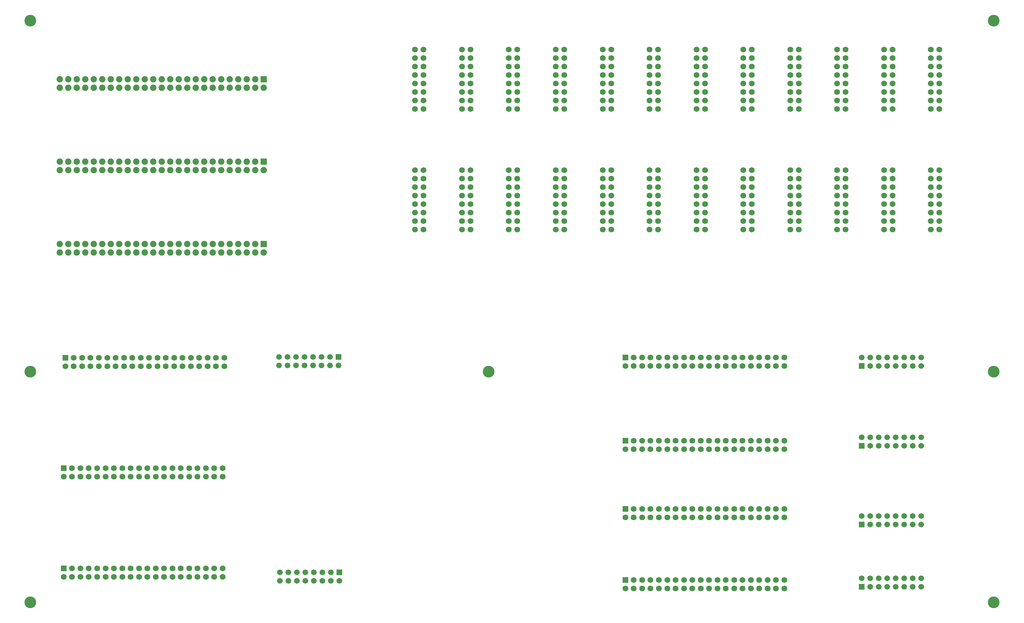
<source format=gbs>
G04*
G04 #@! TF.GenerationSoftware,Altium Limited,Altium Designer,23.7.1 (13)*
G04*
G04 Layer_Color=16711935*
%FSLAX44Y44*%
%MOMM*%
G71*
G04*
G04 #@! TF.SameCoordinates,B1C70322-BD44-42DD-AC63-955F88C0B9D7*
G04*
G04*
G04 #@! TF.FilePolarity,Negative*
G04*
G01*
G75*
%ADD15C,1.7272*%
%ADD16R,1.7032X1.7032*%
%ADD17C,1.7032*%
%ADD18R,1.7272X1.7272*%
%ADD19C,1.9032*%
%ADD20R,1.9032X1.9032*%
%ADD21C,3.5032*%
D15*
X1210310Y1713230D02*
D03*
X1235710D02*
D03*
X1210310Y1687830D02*
D03*
X1235710D02*
D03*
X1210310Y1662430D02*
D03*
X1235710D02*
D03*
X1210310Y1637030D02*
D03*
X1235710D02*
D03*
X1210310Y1611630D02*
D03*
X1235710D02*
D03*
X1210310Y1586230D02*
D03*
X1235710D02*
D03*
X1210310Y1560830D02*
D03*
X1235710D02*
D03*
X1210310Y1535430D02*
D03*
X1235710D02*
D03*
X1838951Y101600D02*
D03*
X1863951Y126600D02*
D03*
Y101600D02*
D03*
X1888951Y126600D02*
D03*
Y101600D02*
D03*
X1913951Y126600D02*
D03*
Y101600D02*
D03*
X1938950Y126600D02*
D03*
Y101600D02*
D03*
X1963950Y126600D02*
D03*
Y101600D02*
D03*
X1988950Y126600D02*
D03*
Y101600D02*
D03*
X2013950Y126600D02*
D03*
Y101600D02*
D03*
X2038950Y126600D02*
D03*
Y101600D02*
D03*
X2063950Y126600D02*
D03*
Y101600D02*
D03*
X2088950Y126600D02*
D03*
Y101600D02*
D03*
X2113950Y126600D02*
D03*
Y101600D02*
D03*
X2138950Y126600D02*
D03*
Y101600D02*
D03*
X2163950Y126600D02*
D03*
Y101600D02*
D03*
X2188950Y126600D02*
D03*
Y101600D02*
D03*
X2213950Y126600D02*
D03*
Y101600D02*
D03*
X2238950Y126600D02*
D03*
Y101600D02*
D03*
X2263950Y126600D02*
D03*
Y101600D02*
D03*
X2313950D02*
D03*
Y126600D02*
D03*
X2288950Y101600D02*
D03*
Y126600D02*
D03*
X160011Y136090D02*
D03*
X185011Y161090D02*
D03*
Y136090D02*
D03*
X210011Y161090D02*
D03*
Y136090D02*
D03*
X235011Y161090D02*
D03*
Y136090D02*
D03*
X260010Y161090D02*
D03*
Y136090D02*
D03*
X285010Y161090D02*
D03*
Y136090D02*
D03*
X310010Y161090D02*
D03*
Y136090D02*
D03*
X335010Y161090D02*
D03*
Y136090D02*
D03*
X360010Y161090D02*
D03*
Y136090D02*
D03*
X385010Y161090D02*
D03*
Y136090D02*
D03*
X410010Y161090D02*
D03*
Y136090D02*
D03*
X435010Y161090D02*
D03*
Y136090D02*
D03*
X460010Y161090D02*
D03*
Y136090D02*
D03*
X485010Y161090D02*
D03*
Y136090D02*
D03*
X510010Y161090D02*
D03*
Y136090D02*
D03*
X535010Y161090D02*
D03*
Y136090D02*
D03*
X560010Y161090D02*
D03*
Y136090D02*
D03*
X585010Y161090D02*
D03*
Y136090D02*
D03*
X635010D02*
D03*
Y161090D02*
D03*
X610010Y136090D02*
D03*
Y161090D02*
D03*
X165091Y766010D02*
D03*
X190091Y791010D02*
D03*
Y766010D02*
D03*
X215091Y791010D02*
D03*
Y766010D02*
D03*
X240091Y791010D02*
D03*
Y766010D02*
D03*
X265090Y791010D02*
D03*
Y766010D02*
D03*
X290090Y791010D02*
D03*
Y766010D02*
D03*
X315090Y791010D02*
D03*
Y766010D02*
D03*
X340090Y791010D02*
D03*
Y766010D02*
D03*
X365090Y791010D02*
D03*
Y766010D02*
D03*
X390090Y791010D02*
D03*
Y766010D02*
D03*
X415090Y791010D02*
D03*
Y766010D02*
D03*
X440090Y791010D02*
D03*
Y766010D02*
D03*
X465090Y791010D02*
D03*
Y766010D02*
D03*
X490090Y791010D02*
D03*
Y766010D02*
D03*
X515090Y791010D02*
D03*
Y766010D02*
D03*
X540090Y791010D02*
D03*
Y766010D02*
D03*
X565090Y791010D02*
D03*
Y766010D02*
D03*
X590090Y791010D02*
D03*
Y766010D02*
D03*
X640090D02*
D03*
Y791010D02*
D03*
X615090Y766010D02*
D03*
Y791010D02*
D03*
X160011Y435810D02*
D03*
X185011Y460810D02*
D03*
Y435810D02*
D03*
X210011Y460810D02*
D03*
Y435810D02*
D03*
X235011Y460810D02*
D03*
Y435810D02*
D03*
X260010Y460810D02*
D03*
Y435810D02*
D03*
X285010Y460810D02*
D03*
Y435810D02*
D03*
X310010Y460810D02*
D03*
Y435810D02*
D03*
X335010Y460810D02*
D03*
Y435810D02*
D03*
X360010Y460810D02*
D03*
Y435810D02*
D03*
X385010Y460810D02*
D03*
Y435810D02*
D03*
X410010Y460810D02*
D03*
Y435810D02*
D03*
X435010Y460810D02*
D03*
Y435810D02*
D03*
X460010Y460810D02*
D03*
Y435810D02*
D03*
X485010Y460810D02*
D03*
Y435810D02*
D03*
X510010Y460810D02*
D03*
Y435810D02*
D03*
X535010Y460810D02*
D03*
Y435810D02*
D03*
X560010Y460810D02*
D03*
Y435810D02*
D03*
X585010Y460810D02*
D03*
Y435810D02*
D03*
X635010D02*
D03*
Y460810D02*
D03*
X610010Y435810D02*
D03*
Y460810D02*
D03*
X1838951Y518293D02*
D03*
X1863951Y543293D02*
D03*
Y518293D02*
D03*
X1888951Y543293D02*
D03*
Y518293D02*
D03*
X1913951Y543293D02*
D03*
Y518293D02*
D03*
X1938950Y543293D02*
D03*
Y518293D02*
D03*
X1963950Y543293D02*
D03*
Y518293D02*
D03*
X1988950Y543293D02*
D03*
Y518293D02*
D03*
X2013950Y543293D02*
D03*
Y518293D02*
D03*
X2038950Y543293D02*
D03*
Y518293D02*
D03*
X2063950Y543293D02*
D03*
Y518293D02*
D03*
X2088950Y543293D02*
D03*
Y518293D02*
D03*
X2113950Y543293D02*
D03*
Y518293D02*
D03*
X2138950Y543293D02*
D03*
Y518293D02*
D03*
X2163950Y543293D02*
D03*
Y518293D02*
D03*
X2188950Y543293D02*
D03*
Y518293D02*
D03*
X2213950Y543293D02*
D03*
Y518293D02*
D03*
X2238950Y543293D02*
D03*
Y518293D02*
D03*
X2263950Y543293D02*
D03*
Y518293D02*
D03*
X2313950D02*
D03*
Y543293D02*
D03*
X2288950Y518293D02*
D03*
Y543293D02*
D03*
X1838951Y767280D02*
D03*
X1863951Y792280D02*
D03*
Y767280D02*
D03*
X1888951Y792280D02*
D03*
Y767280D02*
D03*
X1913951Y792280D02*
D03*
Y767280D02*
D03*
X1938950Y792280D02*
D03*
Y767280D02*
D03*
X1963950Y792280D02*
D03*
Y767280D02*
D03*
X1988950Y792280D02*
D03*
Y767280D02*
D03*
X2013950Y792280D02*
D03*
Y767280D02*
D03*
X2038950Y792280D02*
D03*
Y767280D02*
D03*
X2063950Y792280D02*
D03*
Y767280D02*
D03*
X2088950Y792280D02*
D03*
Y767280D02*
D03*
X2113950Y792280D02*
D03*
Y767280D02*
D03*
X2138950Y792280D02*
D03*
Y767280D02*
D03*
X2163950Y792280D02*
D03*
Y767280D02*
D03*
X2188950Y792280D02*
D03*
Y767280D02*
D03*
X2213950Y792280D02*
D03*
Y767280D02*
D03*
X2238950Y792280D02*
D03*
Y767280D02*
D03*
X2263950Y792280D02*
D03*
Y767280D02*
D03*
X2313950D02*
D03*
Y792280D02*
D03*
X2288950Y767280D02*
D03*
Y792280D02*
D03*
X1838951Y313890D02*
D03*
X1863951Y338890D02*
D03*
Y313890D02*
D03*
X1888951Y338890D02*
D03*
Y313890D02*
D03*
X1913951Y338890D02*
D03*
Y313890D02*
D03*
X1938950Y338890D02*
D03*
Y313890D02*
D03*
X1963950Y338890D02*
D03*
Y313890D02*
D03*
X1988950Y338890D02*
D03*
Y313890D02*
D03*
X2013950Y338890D02*
D03*
Y313890D02*
D03*
X2038950Y338890D02*
D03*
Y313890D02*
D03*
X2063950Y338890D02*
D03*
Y313890D02*
D03*
X2088950Y338890D02*
D03*
Y313890D02*
D03*
X2113950Y338890D02*
D03*
Y313890D02*
D03*
X2138950Y338890D02*
D03*
Y313890D02*
D03*
X2163950Y338890D02*
D03*
Y313890D02*
D03*
X2188950Y338890D02*
D03*
Y313890D02*
D03*
X2213950Y338890D02*
D03*
Y313890D02*
D03*
X2238950Y338890D02*
D03*
Y313890D02*
D03*
X2263950Y338890D02*
D03*
Y313890D02*
D03*
X2313950D02*
D03*
Y338890D02*
D03*
X2288950Y313890D02*
D03*
Y338890D02*
D03*
X2752090Y1352550D02*
D03*
X2777490D02*
D03*
X2752090Y1327150D02*
D03*
X2777490D02*
D03*
X2752090Y1301750D02*
D03*
X2777490D02*
D03*
X2752090Y1276350D02*
D03*
X2777490D02*
D03*
X2752090Y1250950D02*
D03*
X2777490D02*
D03*
X2752090Y1225550D02*
D03*
X2777490D02*
D03*
X2752090Y1200150D02*
D03*
X2777490D02*
D03*
X2752090Y1174750D02*
D03*
X2777490D02*
D03*
X2611928Y1352550D02*
D03*
X2637328D02*
D03*
X2611928Y1327150D02*
D03*
X2637328D02*
D03*
X2611928Y1301750D02*
D03*
X2637328D02*
D03*
X2611928Y1276350D02*
D03*
X2637328D02*
D03*
X2611928Y1250950D02*
D03*
X2637328D02*
D03*
X2611928Y1225550D02*
D03*
X2637328D02*
D03*
X2611928Y1200150D02*
D03*
X2637328D02*
D03*
X2611928Y1174750D02*
D03*
X2637328D02*
D03*
X2752090Y1713230D02*
D03*
X2777490D02*
D03*
X2752090Y1687830D02*
D03*
X2777490D02*
D03*
X2752090Y1662430D02*
D03*
X2777490D02*
D03*
X2752090Y1637030D02*
D03*
X2777490D02*
D03*
X2752090Y1611630D02*
D03*
X2777490D02*
D03*
X2752090Y1586230D02*
D03*
X2777490D02*
D03*
X2752090Y1560830D02*
D03*
X2777490D02*
D03*
X2752090Y1535430D02*
D03*
X2777490D02*
D03*
X2611928Y1713230D02*
D03*
X2637328D02*
D03*
X2611928Y1687830D02*
D03*
X2637328D02*
D03*
X2611928Y1662430D02*
D03*
X2637328D02*
D03*
X2611928Y1637030D02*
D03*
X2637328D02*
D03*
X2611928Y1611630D02*
D03*
X2637328D02*
D03*
X2611928Y1586230D02*
D03*
X2637328D02*
D03*
X2611928Y1560830D02*
D03*
X2637328D02*
D03*
X2611928Y1535430D02*
D03*
X2637328D02*
D03*
X2471766Y1352550D02*
D03*
X2497166D02*
D03*
X2471766Y1327150D02*
D03*
X2497166D02*
D03*
X2471766Y1301750D02*
D03*
X2497166D02*
D03*
X2471766Y1276350D02*
D03*
X2497166D02*
D03*
X2471766Y1250950D02*
D03*
X2497166D02*
D03*
X2471766Y1225550D02*
D03*
X2497166D02*
D03*
X2471766Y1200150D02*
D03*
X2497166D02*
D03*
X2471766Y1174750D02*
D03*
X2497166D02*
D03*
X2331604Y1352550D02*
D03*
X2357004D02*
D03*
X2331604Y1327150D02*
D03*
X2357004D02*
D03*
X2331604Y1301750D02*
D03*
X2357004D02*
D03*
X2331604Y1276350D02*
D03*
X2357004D02*
D03*
X2331604Y1250950D02*
D03*
X2357004D02*
D03*
X2331604Y1225550D02*
D03*
X2357004D02*
D03*
X2331604Y1200150D02*
D03*
X2357004D02*
D03*
X2331604Y1174750D02*
D03*
X2357004D02*
D03*
X2471766Y1713230D02*
D03*
X2497166D02*
D03*
X2471766Y1687830D02*
D03*
X2497166D02*
D03*
X2471766Y1662430D02*
D03*
X2497166D02*
D03*
X2471766Y1637030D02*
D03*
X2497166D02*
D03*
X2471766Y1611630D02*
D03*
X2497166D02*
D03*
X2471766Y1586230D02*
D03*
X2497166D02*
D03*
X2471766Y1560830D02*
D03*
X2497166D02*
D03*
X2471766Y1535430D02*
D03*
X2497166D02*
D03*
X2331604Y1713230D02*
D03*
X2357004D02*
D03*
X2331604Y1687830D02*
D03*
X2357004D02*
D03*
X2331604Y1662430D02*
D03*
X2357004D02*
D03*
X2331604Y1637030D02*
D03*
X2357004D02*
D03*
X2331604Y1611630D02*
D03*
X2357004D02*
D03*
X2331604Y1586230D02*
D03*
X2357004D02*
D03*
X2331604Y1560830D02*
D03*
X2357004D02*
D03*
X2331604Y1535430D02*
D03*
X2357004D02*
D03*
X2191443Y1352550D02*
D03*
X2216843D02*
D03*
X2191443Y1327150D02*
D03*
X2216843D02*
D03*
X2191443Y1301750D02*
D03*
X2216843D02*
D03*
X2191443Y1276350D02*
D03*
X2216843D02*
D03*
X2191443Y1250950D02*
D03*
X2216843D02*
D03*
X2191443Y1225550D02*
D03*
X2216843D02*
D03*
X2191443Y1200150D02*
D03*
X2216843D02*
D03*
X2191443Y1174750D02*
D03*
X2216843D02*
D03*
X2051281Y1352550D02*
D03*
X2076681D02*
D03*
X2051281Y1327150D02*
D03*
X2076681D02*
D03*
X2051281Y1301750D02*
D03*
X2076681D02*
D03*
X2051281Y1276350D02*
D03*
X2076681D02*
D03*
X2051281Y1250950D02*
D03*
X2076681D02*
D03*
X2051281Y1225550D02*
D03*
X2076681D02*
D03*
X2051281Y1200150D02*
D03*
X2076681D02*
D03*
X2051281Y1174750D02*
D03*
X2076681D02*
D03*
X2191443Y1713230D02*
D03*
X2216843D02*
D03*
X2191443Y1687830D02*
D03*
X2216843D02*
D03*
X2191443Y1662430D02*
D03*
X2216843D02*
D03*
X2191443Y1637030D02*
D03*
X2216843D02*
D03*
X2191443Y1611630D02*
D03*
X2216843D02*
D03*
X2191443Y1586230D02*
D03*
X2216843D02*
D03*
X2191443Y1560830D02*
D03*
X2216843D02*
D03*
X2191443Y1535430D02*
D03*
X2216843D02*
D03*
X2051281Y1713230D02*
D03*
X2076681D02*
D03*
X2051281Y1687830D02*
D03*
X2076681D02*
D03*
X2051281Y1662430D02*
D03*
X2076681D02*
D03*
X2051281Y1637030D02*
D03*
X2076681D02*
D03*
X2051281Y1611630D02*
D03*
X2076681D02*
D03*
X2051281Y1586230D02*
D03*
X2076681D02*
D03*
X2051281Y1560830D02*
D03*
X2076681D02*
D03*
X2051281Y1535430D02*
D03*
X2076681D02*
D03*
X1911119Y1352550D02*
D03*
X1936519D02*
D03*
X1911119Y1327150D02*
D03*
X1936519D02*
D03*
X1911119Y1301750D02*
D03*
X1936519D02*
D03*
X1911119Y1276350D02*
D03*
X1936519D02*
D03*
X1911119Y1250950D02*
D03*
X1936519D02*
D03*
X1911119Y1225550D02*
D03*
X1936519D02*
D03*
X1911119Y1200150D02*
D03*
X1936519D02*
D03*
X1911119Y1174750D02*
D03*
X1936519D02*
D03*
X1770957Y1352550D02*
D03*
X1796357D02*
D03*
X1770957Y1327150D02*
D03*
X1796357D02*
D03*
X1770957Y1301750D02*
D03*
X1796357D02*
D03*
X1770957Y1276350D02*
D03*
X1796357D02*
D03*
X1770957Y1250950D02*
D03*
X1796357D02*
D03*
X1770957Y1225550D02*
D03*
X1796357D02*
D03*
X1770957Y1200150D02*
D03*
X1796357D02*
D03*
X1770957Y1174750D02*
D03*
X1796357D02*
D03*
X1911119Y1713230D02*
D03*
X1936519D02*
D03*
X1911119Y1687830D02*
D03*
X1936519D02*
D03*
X1911119Y1662430D02*
D03*
X1936519D02*
D03*
X1911119Y1637030D02*
D03*
X1936519D02*
D03*
X1911119Y1611630D02*
D03*
X1936519D02*
D03*
X1911119Y1586230D02*
D03*
X1936519D02*
D03*
X1911119Y1560830D02*
D03*
X1936519D02*
D03*
X1911119Y1535430D02*
D03*
X1936519D02*
D03*
X1770957Y1713230D02*
D03*
X1796357D02*
D03*
X1770957Y1687830D02*
D03*
X1796357D02*
D03*
X1770957Y1662430D02*
D03*
X1796357D02*
D03*
X1770957Y1637030D02*
D03*
X1796357D02*
D03*
X1770957Y1611630D02*
D03*
X1796357D02*
D03*
X1770957Y1586230D02*
D03*
X1796357D02*
D03*
X1770957Y1560830D02*
D03*
X1796357D02*
D03*
X1770957Y1535430D02*
D03*
X1796357D02*
D03*
X1630795Y1352550D02*
D03*
X1656195D02*
D03*
X1630795Y1327150D02*
D03*
X1656195D02*
D03*
X1630795Y1301750D02*
D03*
X1656195D02*
D03*
X1630795Y1276350D02*
D03*
X1656195D02*
D03*
X1630795Y1250950D02*
D03*
X1656195D02*
D03*
X1630795Y1225550D02*
D03*
X1656195D02*
D03*
X1630795Y1200150D02*
D03*
X1656195D02*
D03*
X1630795Y1174750D02*
D03*
X1656195D02*
D03*
X1490634Y1352550D02*
D03*
X1516034D02*
D03*
X1490634Y1327150D02*
D03*
X1516034D02*
D03*
X1490634Y1301750D02*
D03*
X1516034D02*
D03*
X1490634Y1276350D02*
D03*
X1516034D02*
D03*
X1490634Y1250950D02*
D03*
X1516034D02*
D03*
X1490634Y1225550D02*
D03*
X1516034D02*
D03*
X1490634Y1200150D02*
D03*
X1516034D02*
D03*
X1490634Y1174750D02*
D03*
X1516034D02*
D03*
X1630795Y1713230D02*
D03*
X1656195D02*
D03*
X1630795Y1687830D02*
D03*
X1656195D02*
D03*
X1630795Y1662430D02*
D03*
X1656195D02*
D03*
X1630795Y1637030D02*
D03*
X1656195D02*
D03*
X1630795Y1611630D02*
D03*
X1656195D02*
D03*
X1630795Y1586230D02*
D03*
X1656195D02*
D03*
X1630795Y1560830D02*
D03*
X1656195D02*
D03*
X1630795Y1535430D02*
D03*
X1656195D02*
D03*
X1490634Y1713230D02*
D03*
X1516034D02*
D03*
X1490634Y1687830D02*
D03*
X1516034D02*
D03*
X1490634Y1662430D02*
D03*
X1516034D02*
D03*
X1490634Y1637030D02*
D03*
X1516034D02*
D03*
X1490634Y1611630D02*
D03*
X1516034D02*
D03*
X1490634Y1586230D02*
D03*
X1516034D02*
D03*
X1490634Y1560830D02*
D03*
X1516034D02*
D03*
X1490634Y1535430D02*
D03*
X1516034D02*
D03*
X1350472Y1352550D02*
D03*
X1375872D02*
D03*
X1350472Y1327150D02*
D03*
X1375872D02*
D03*
X1350472Y1301750D02*
D03*
X1375872D02*
D03*
X1350472Y1276350D02*
D03*
X1375872D02*
D03*
X1350472Y1250950D02*
D03*
X1375872D02*
D03*
X1350472Y1225550D02*
D03*
X1375872D02*
D03*
X1350472Y1200150D02*
D03*
X1375872D02*
D03*
X1350472Y1174750D02*
D03*
X1375872D02*
D03*
X1210310Y1352550D02*
D03*
X1235710D02*
D03*
X1210310Y1327150D02*
D03*
X1235710D02*
D03*
X1210310Y1301750D02*
D03*
X1235710D02*
D03*
X1210310Y1276350D02*
D03*
X1235710D02*
D03*
X1210310Y1250950D02*
D03*
X1235710D02*
D03*
X1210310Y1225550D02*
D03*
X1235710D02*
D03*
X1210310Y1200150D02*
D03*
X1235710D02*
D03*
X1210310Y1174750D02*
D03*
X1235710D02*
D03*
X1350472Y1713230D02*
D03*
X1375872D02*
D03*
X1350472Y1687830D02*
D03*
X1375872D02*
D03*
X1350472Y1662430D02*
D03*
X1375872D02*
D03*
X1350472Y1637030D02*
D03*
X1375872D02*
D03*
X1350472Y1611630D02*
D03*
X1375872D02*
D03*
X1350472Y1586230D02*
D03*
X1375872D02*
D03*
X1350472Y1560830D02*
D03*
X1375872D02*
D03*
X1350472Y1535430D02*
D03*
X1375872D02*
D03*
D16*
X2545080Y292523D02*
D03*
X984250Y149860D02*
D03*
X2545080Y528320D02*
D03*
X981710Y793750D02*
D03*
X2545080Y767080D02*
D03*
Y106680D02*
D03*
D17*
X2570480Y292523D02*
D03*
X2595880D02*
D03*
X2621280D02*
D03*
X2646680D02*
D03*
X2672080D02*
D03*
X2697480D02*
D03*
X2722880D02*
D03*
X2545080Y317923D02*
D03*
X2570480D02*
D03*
X2595880D02*
D03*
X2621280D02*
D03*
X2646680D02*
D03*
X2672080D02*
D03*
X2697480D02*
D03*
X2722880D02*
D03*
X958850Y149860D02*
D03*
X933450D02*
D03*
X908050D02*
D03*
X882650D02*
D03*
X857250D02*
D03*
X831850D02*
D03*
X806450D02*
D03*
X984250Y124460D02*
D03*
X958850D02*
D03*
X933450D02*
D03*
X908050D02*
D03*
X882650D02*
D03*
X857250D02*
D03*
X831850D02*
D03*
X806450D02*
D03*
X2570480Y528320D02*
D03*
X2595880D02*
D03*
X2621280D02*
D03*
X2646680D02*
D03*
X2672080D02*
D03*
X2697480D02*
D03*
X2722880D02*
D03*
X2545080Y553720D02*
D03*
X2570480D02*
D03*
X2595880D02*
D03*
X2621280D02*
D03*
X2646680D02*
D03*
X2672080D02*
D03*
X2697480D02*
D03*
X2722880D02*
D03*
X956310Y793750D02*
D03*
X930910D02*
D03*
X905510D02*
D03*
X880110D02*
D03*
X854710D02*
D03*
X829310D02*
D03*
X803910D02*
D03*
X981710Y768350D02*
D03*
X956310D02*
D03*
X930910D02*
D03*
X905510D02*
D03*
X880110D02*
D03*
X854710D02*
D03*
X829310D02*
D03*
X803910D02*
D03*
X2570480Y767080D02*
D03*
X2595880D02*
D03*
X2621280D02*
D03*
X2646680D02*
D03*
X2672080D02*
D03*
X2697480D02*
D03*
X2722880D02*
D03*
X2545080Y792480D02*
D03*
X2570480D02*
D03*
X2595880D02*
D03*
X2621280D02*
D03*
X2646680D02*
D03*
X2672080D02*
D03*
X2697480D02*
D03*
X2722880D02*
D03*
X2570480Y106680D02*
D03*
X2595880D02*
D03*
X2621280D02*
D03*
X2646680D02*
D03*
X2672080D02*
D03*
X2697480D02*
D03*
X2722880D02*
D03*
X2545080Y132080D02*
D03*
X2570480D02*
D03*
X2595880D02*
D03*
X2621280D02*
D03*
X2646680D02*
D03*
X2672080D02*
D03*
X2697480D02*
D03*
X2722880D02*
D03*
D18*
X1838951Y126600D02*
D03*
X160011Y161090D02*
D03*
X165091Y791010D02*
D03*
X160011Y460810D02*
D03*
X1838951Y543293D02*
D03*
Y792280D02*
D03*
Y338890D02*
D03*
D19*
X148591Y1106170D02*
D03*
Y1131570D02*
D03*
X173991Y1106170D02*
D03*
Y1131570D02*
D03*
X199391Y1106170D02*
D03*
Y1131570D02*
D03*
X224790Y1106170D02*
D03*
Y1131570D02*
D03*
X250191Y1106170D02*
D03*
Y1131570D02*
D03*
X275590Y1106170D02*
D03*
Y1131570D02*
D03*
X300991Y1106170D02*
D03*
Y1131570D02*
D03*
X326390Y1106170D02*
D03*
Y1131570D02*
D03*
X351790Y1106170D02*
D03*
Y1131570D02*
D03*
X377190Y1106170D02*
D03*
Y1131570D02*
D03*
X402590Y1106170D02*
D03*
Y1131570D02*
D03*
X427990Y1106170D02*
D03*
Y1131570D02*
D03*
X453390Y1106170D02*
D03*
Y1131570D02*
D03*
X478790Y1106170D02*
D03*
Y1131570D02*
D03*
X504190Y1106170D02*
D03*
Y1131570D02*
D03*
X529590Y1106170D02*
D03*
Y1131570D02*
D03*
X554990Y1106170D02*
D03*
Y1131570D02*
D03*
X580390Y1106170D02*
D03*
Y1131570D02*
D03*
X605790Y1106170D02*
D03*
Y1131570D02*
D03*
X631190Y1106170D02*
D03*
Y1131570D02*
D03*
X656590Y1106170D02*
D03*
Y1131570D02*
D03*
X681990Y1106170D02*
D03*
Y1131570D02*
D03*
X707390Y1106170D02*
D03*
Y1131570D02*
D03*
X732790Y1106170D02*
D03*
Y1131570D02*
D03*
X758189Y1106170D02*
D03*
X148591Y1352550D02*
D03*
Y1377950D02*
D03*
X173991Y1352550D02*
D03*
Y1377950D02*
D03*
X199391Y1352550D02*
D03*
Y1377950D02*
D03*
X224790Y1352550D02*
D03*
Y1377950D02*
D03*
X250191Y1352550D02*
D03*
Y1377950D02*
D03*
X275590Y1352550D02*
D03*
Y1377950D02*
D03*
X300991Y1352550D02*
D03*
Y1377950D02*
D03*
X326390Y1352550D02*
D03*
Y1377950D02*
D03*
X351790Y1352550D02*
D03*
Y1377950D02*
D03*
X377190Y1352550D02*
D03*
Y1377950D02*
D03*
X402590Y1352550D02*
D03*
Y1377950D02*
D03*
X427990Y1352550D02*
D03*
Y1377950D02*
D03*
X453390Y1352550D02*
D03*
Y1377950D02*
D03*
X478790Y1352550D02*
D03*
Y1377950D02*
D03*
X504190Y1352550D02*
D03*
Y1377950D02*
D03*
X529590Y1352550D02*
D03*
Y1377950D02*
D03*
X554990Y1352550D02*
D03*
Y1377950D02*
D03*
X580390Y1352550D02*
D03*
Y1377950D02*
D03*
X605790Y1352550D02*
D03*
Y1377950D02*
D03*
X631190Y1352550D02*
D03*
Y1377950D02*
D03*
X656590Y1352550D02*
D03*
Y1377950D02*
D03*
X681990Y1352550D02*
D03*
Y1377950D02*
D03*
X707390Y1352550D02*
D03*
Y1377950D02*
D03*
X732790Y1352550D02*
D03*
Y1377950D02*
D03*
X758189Y1352550D02*
D03*
X148591Y1598930D02*
D03*
Y1624330D02*
D03*
X173991Y1598930D02*
D03*
Y1624330D02*
D03*
X199391Y1598930D02*
D03*
Y1624330D02*
D03*
X224790Y1598930D02*
D03*
Y1624330D02*
D03*
X250191Y1598930D02*
D03*
Y1624330D02*
D03*
X275590Y1598930D02*
D03*
Y1624330D02*
D03*
X300991Y1598930D02*
D03*
Y1624330D02*
D03*
X326390Y1598930D02*
D03*
Y1624330D02*
D03*
X351790Y1598930D02*
D03*
Y1624330D02*
D03*
X377190Y1598930D02*
D03*
Y1624330D02*
D03*
X402590Y1598930D02*
D03*
Y1624330D02*
D03*
X427990Y1598930D02*
D03*
Y1624330D02*
D03*
X453390Y1598930D02*
D03*
Y1624330D02*
D03*
X478790Y1598930D02*
D03*
Y1624330D02*
D03*
X504190Y1598930D02*
D03*
Y1624330D02*
D03*
X529590Y1598930D02*
D03*
Y1624330D02*
D03*
X554990Y1598930D02*
D03*
Y1624330D02*
D03*
X580390Y1598930D02*
D03*
Y1624330D02*
D03*
X605790Y1598930D02*
D03*
Y1624330D02*
D03*
X631190Y1598930D02*
D03*
Y1624330D02*
D03*
X656590Y1598930D02*
D03*
Y1624330D02*
D03*
X681990Y1598930D02*
D03*
Y1624330D02*
D03*
X707390Y1598930D02*
D03*
Y1624330D02*
D03*
X732790Y1598930D02*
D03*
Y1624330D02*
D03*
X758189Y1598930D02*
D03*
D20*
Y1131570D02*
D03*
Y1377950D02*
D03*
Y1624330D02*
D03*
D21*
X2940000Y750000D02*
D03*
X60000D02*
D03*
X1430000D02*
D03*
X60000Y60000D02*
D03*
Y1800000D02*
D03*
X2940000D02*
D03*
Y60000D02*
D03*
M02*

</source>
